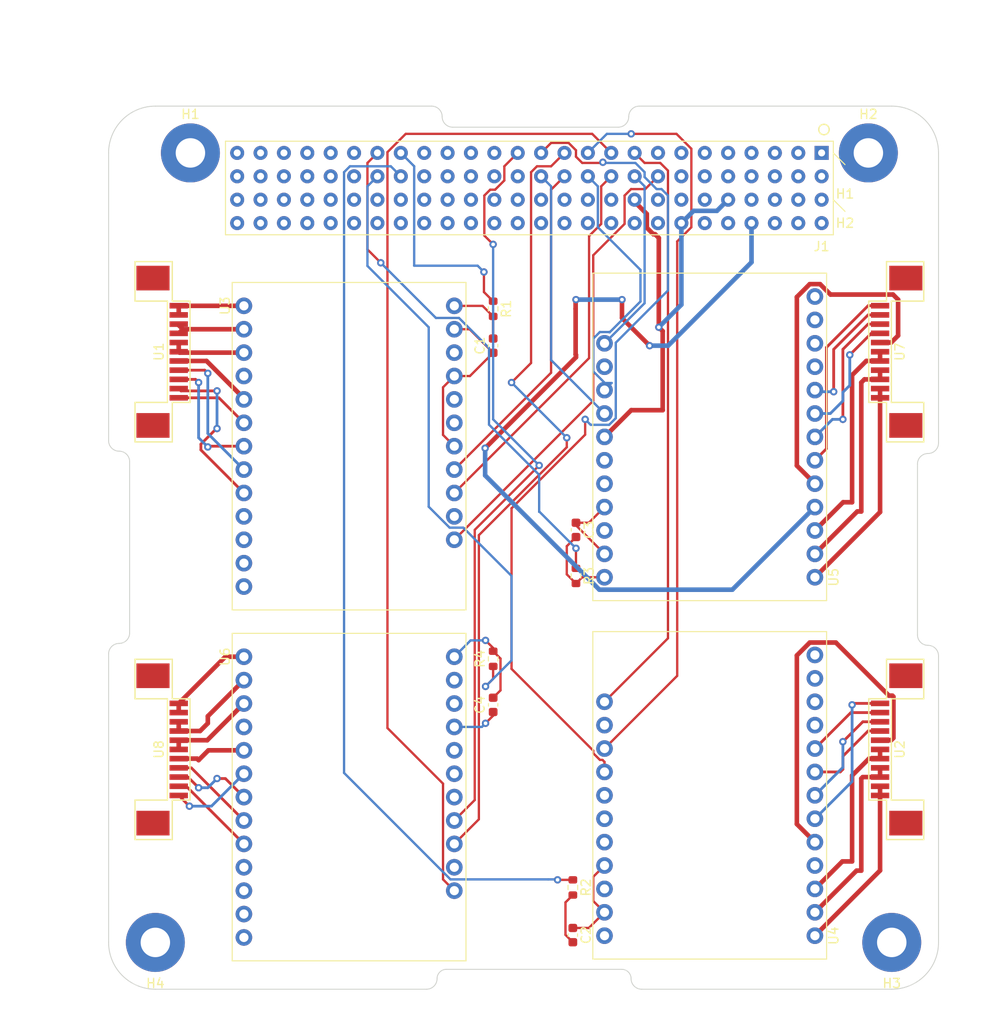
<source format=kicad_pcb>
(kicad_pcb (version 20211014) (generator pcbnew)
  (layers (0 "F.Cu" signal) (1 "In1.Cu" power "GND") (2 "In2.Cu" power "PWR") (31 "B.Cu" signal) (34 "B.Paste" user) (35 "F.Paste" user) (36 "B.SilkS" user "B.Silkscreen") (37 "F.SilkS" user "F.Silkscreen") (38 "B.Mask" user) (39 "F.Mask" user) (44 "Edge.Cuts" user))
  (net 0 "")
  (net 14 "Enable(S1)")
  (net 15 "Enable(S2)")
  (net 16 "Enable(S3)")
  (net 17 "Enable(S4)")
  (net 18 "Direction(S1)")
  (net 19 "Direction(S2)")
  (net 20 "Direction(S3)")
  (net 21 "Direction(S4)")
  (net 22 "PWM-SetValue(S1)")
  (net 23 "PWM-SetValue(S2)")
  (net 24 "PWM-SetValue(S3)")
  (net 25 "PWM-SetValue(S4)")
  (net 35 "RampControl(S1)")
  (net 36 "RampControl(S2)")
  (net 37 "RampControl(S3)")
  (net 38 "RampControl(S4)")
  (net 55 "GND")
  (net 92 "Net-(U6-Pad1)")
  (net 93 "Net-(U6-Pad2)")
  (net 94 "Net-(U6-Pad3)")
  (net 95 "Net-(U6-Pad8)")
  (net 96 "Net-(U6-Pad7)")
  (net 97 "Net-(U6-Pad9)")
  (net 98 "Net-(U6-Pad6)")
  (net 99 "Net-(U5-Pad1)")
  (net 100 "Net-(U5-Pad2)")
  (net 101 "Net-(U5-Pad3)")
  (net 102 "Net-(U5-Pad8)")
  (net 103 "Net-(U5-Pad7)")
  (net 104 "Net-(U5-Pad9)")
  (net 105 "Net-(U5-Pad6)")
  (net 106 "Net-(U2-Pad10)")
  (net 107 "Net-(U2-Pad8)")
  (net 108 "Net-(U2-Pad6)")
  (net 109 "Net-(U2-Pad4)")
  (net 110 "Net-(U2-Pad3)")
  (net 111 "Net-(U2-Pad2)")
  (net 112 "Net-(U2-Pad1)")
  (net 113 "Net-(U1-Pad10)")
  (net 114 "Net-(U1-Pad8)")
  (net 115 "Net-(U1-Pad6)")
  (net 116 "Net-(U1-Pad4)")
  (net 117 "Net-(U1-Pad3)")
  (net 118 "Net-(U1-Pad2)")
  (net 119 "Net-(U1-Pad1)")
  (net 150 "+12V")
  (net 151 "+5V")
  (net 152 "+3.3V")
  (net 161 "RampControl(S1)_RLC")
  (net 162 "RampControl(S2)_RLC")
  (net 163 "RampControl(S3)_RLC")
  (net 164 "RampControl(S4)_RLC")
  (footprint "Footprints_QSAT:Escon24.2" (layer "F.Cu") (at 188.5 139.605 -90)
    (fp_text reference "U4")
    (fp_text value "Controller 2")
  )
  (footprint "MountingHole:MountingHole_3.2mm_M3_Pad_TopBottom" (layer "F.Cu") (at 191.77 52.07)
    (fp_text reference "H2")
    (fp_text value "MountingHole_Pad")
  )
  (footprint "Capacitor_SMD:C_0603_1608Metric" (layer "F.Cu") (at 151 112 90)
    (fp_text reference "C4")
    (fp_text value "10n")
  )
  (footprint "MountingHole:MountingHole_3.2mm_M3_Pad_TopBottom" (layer "F.Cu") (at 118.11 52.07)
    (fp_text reference "H1")
    (fp_text value "MountingHole_Pad")
  )
  (footprint "Footprints_QSAT:FPC_11_SAT_1-84953-1" (layer "F.Cu") (at 116.84 73.66 -90)
    (fp_text reference "U1")
    (fp_text value "Conn_1")
  )
  (footprint "Footprints_QSAT:Escon24.2" (layer "F.Cu") (at 121.38 104.235 90)
    (fp_text reference "U6")
    (fp_text value "Controller 4")
  )
  (footprint "Resistor_SMD:R_0603_1608Metric" (layer "F.Cu") (at 151 69 -90)
    (fp_text reference "R1")
    (fp_text value "10k")
  )
  (footprint "MountingHole:MountingHole_3.2mm_M3_Pad_TopBottom" (layer "F.Cu") (at 114.3 137.795)
    (fp_text reference "H4")
    (fp_text value "MountingHole_Pad")
  )
  (footprint "Resistor_SMD:R_0603_1608Metric" (layer "F.Cu") (at 159.66 131.825 -90)
    (fp_text reference "R2")
    (fp_text value "10k")
  )
  (footprint "Footprints_QSAT:Escon24.2" (layer "F.Cu") (at 121.38 66.135 90)
    (fp_text reference "U3")
    (fp_text value "Controller 1")
  )
  (footprint "Capacitor_SMD:C_0603_1608Metric" (layer "F.Cu") (at 160 93 -90)
    (fp_text reference "C3")
    (fp_text value "10n")
  )
  (footprint "Footprints_QSAT:FPC_11_SAT_1-84953-1" (layer "F.Cu") (at 193.04 116.84 90)
    (fp_text reference "U2")
    (fp_text value "Conn_1")
  )
  (footprint "Resistor_SMD:R_0603_1608Metric" (layer "F.Cu") (at 151 107 90)
    (fp_text reference "R4")
    (fp_text value "10k")
  )
  (footprint "Footprints_QSAT:Escon24.2" (layer "F.Cu") (at 188.5 100.685 -90)
    (fp_text reference "U5")
    (fp_text value "Controller 3")
  )
  (footprint "Footprints_QSAT:FPC_11_SAT_1-84953-1" (layer "F.Cu") (at 116.84 116.84 -90)
    (fp_text reference "U8")
    (fp_text value "Conn_1")
  )
  (footprint "pc104-connector:pc104-connector" (layer "F.Cu") (at 156.21 54.61 -90)
    (fp_text reference "J1")
    (fp_text value "PC104_Connector")
  )
  (footprint "Capacitor_SMD:C_0603_1608Metric" (layer "F.Cu") (at 159.66 137 -90)
    (fp_text reference "C2")
    (fp_text value "10n")
  )
  (footprint "MountingHole:MountingHole_3.2mm_M3_Pad_TopBottom" (layer "F.Cu") (at 194.31 137.795)
    (fp_text reference "H3")
    (fp_text value "MountingHole_Pad")
  )
  (footprint "Footprints_QSAT:FPC_11_SAT_1-84953-1" (layer "F.Cu") (at 193.04 73.66 90)
    (fp_text reference "U7")
    (fp_text value "Conn_1")
  )
  (footprint "Capacitor_SMD:C_0603_1608Metric" (layer "F.Cu") (at 151 73 90)
    (fp_text reference "C1")
    (fp_text value "10n")
  )
  (footprint "Resistor_SMD:R_0603_1608Metric" (layer "F.Cu") (at 160 98 -90)
    (fp_text reference "R3")
    (fp_text value "10k")
  )
  (gr_circle (center 186.944 49.53) (end 187.452 49.276) (layer "F.SilkS") (width 0.15) (fill none))
  (gr_arc (start 109.22 52.07) (mid 110.707898 48.477898) (end 114.3 46.99) (layer "Edge.Cuts") (width 0.1))
  (gr_arc (start 144.318223 46.99) (mid 145.126446 47.324777) (end 145.461223 48.133) (layer "Edge.Cuts") (width 0.1))
  (gr_line (start 199.39 83.566) (end 199.39 52.07) (layer "Edge.Cuts") (width 0.1))
  (gr_arc (start 110.363 84.455) (mid 111.171223 84.789777) (end 111.506 85.598) (layer "Edge.Cuts") (width 0.1))
  (gr_arc (start 109.22 106.472223) (mid 109.554777 105.664) (end 110.363 105.329223) (layer "Edge.Cuts") (width 0.1))
  (gr_line (start 146.604223 49.276) (end 164.592 49.276) (layer "Edge.Cuts") (width 0.1))
  (gr_arc (start 199.39 137.795) (mid 197.902102 141.387102) (end 194.31 142.875) (layer "Edge.Cuts") (width 0.1))
  (gr_arc (start 199.39 83.566) (mid 199.055223 84.374223) (end 198.247 84.709) (layer "Edge.Cuts") (width 0.1))
  (gr_line (start 114.3 46.99) (end 144.318223 46.99) (layer "Edge.Cuts") (width 0.1))
  (gr_line (start 109.22 106.472223) (end 109.22 137.795) (layer "Edge.Cuts") (width 0.1))
  (gr_arc (start 165.735 48.133) (mid 165.400223 48.941223) (end 164.592 49.276) (layer "Edge.Cuts") (width 0.1))
  (gr_arc (start 197.104 85.852) (mid 197.438777 85.043777) (end 198.247 84.709) (layer "Edge.Cuts") (width 0.1))
  (gr_arc (start 165.735 48.133) (mid 166.069777 47.324777) (end 166.878 46.99) (layer "Edge.Cuts") (width 0.1))
  (gr_line (start 166.878 46.99) (end 194.31 46.99) (layer "Edge.Cuts") (width 0.1))
  (gr_arc (start 167.132 142.875) (mid 166.323777 142.540223) (end 165.989 141.732) (layer "Edge.Cuts") (width 0.1))
  (gr_arc (start 198.247 105.537) (mid 197.438777 105.202223) (end 197.104 104.394) (layer "Edge.Cuts") (width 0.1))
  (gr_line (start 167.132 142.875) (end 194.31 142.875) (layer "Edge.Cuts") (width 0.1))
  (gr_line (start 197.104 104.394) (end 197.104 85.852) (layer "Edge.Cuts") (width 0.1))
  (gr_line (start 199.39 137.795) (end 199.39 106.68) (layer "Edge.Cuts") (width 0.1))
  (gr_line (start 114.3 142.875) (end 143.764 142.875) (layer "Edge.Cuts") (width 0.1))
  (gr_line (start 145.923 140.716) (end 164.973 140.716) (layer "Edge.Cuts") (width 0.1))
  (gr_arc (start 144.907 141.732) (mid 145.20458 141.01358) (end 145.923 140.716) (layer "Edge.Cuts") (width 0.1))
  (gr_arc (start 164.973 140.716) (mid 165.69142 141.01358) (end 165.989 141.732) (layer "Edge.Cuts") (width 0.1))
  (gr_arc (start 144.907 141.732) (mid 144.572223 142.540223) (end 143.764 142.875) (layer "Edge.Cuts") (width 0.1))
  (gr_arc (start 198.247 105.537) (mid 199.055223 105.871777) (end 199.39 106.68) (layer "Edge.Cuts") (width 0.1))
  (gr_arc (start 146.604223 49.276) (mid 145.796 48.941223) (end 145.461223 48.133) (layer "Edge.Cuts") (width 0.1))
  (gr_line (start 111.506 85.598) (end 111.506 104.186223) (layer "Edge.Cuts") (width 0.1))
  (gr_arc (start 111.506 104.186223) (mid 111.171223 104.994446) (end 110.363 105.329223) (layer "Edge.Cuts") (width 0.1))
  (gr_line (start 109.22 52.07) (end 109.22 83.312) (layer "Edge.Cuts") (width 0.1))
  (gr_arc (start 114.3 142.875) (mid 110.707898 141.387102) (end 109.22 137.795) (layer "Edge.Cuts") (width 0.1))
  (gr_arc (start 194.31 46.99) (mid 197.902102 48.477898) (end 199.39 52.07) (layer "Edge.Cuts") (width 0.1))
  (gr_arc (start 110.363 84.455) (mid 109.554777 84.120223) (end 109.22 83.312) (layer "Edge.Cuts") (width 0.1))
  (segment (start 161.875 78.98) (end 161.875 63.182251) (width 0.25) (layer "F.Cu") (net 14))
  (segment (start 161.875 63.182251) (end 165.283 59.774251) (width 0.25) (layer "F.Cu") (net 14))
  (segment (start 165.283 59.774251) (end 165.283 56.699749) (width 0.25) (layer "F.Cu") (net 14))
  (segment (start 165.283 56.699749) (end 165.982749 56) (width 0.25) (layer "F.Cu") (net 14))
  (segment (start 165.982749 56) (end 167.52 56) (width 0.25) (layer "F.Cu") (net 14))
  (segment (start 146.78 94.075) (end 161.875 78.98) (width 0.25) (layer "F.Cu") (net 14))
  (segment (start 167.52 56) (end 168.91 54.61) (width 0.25) (layer "F.Cu") (net 14))
  (segment (start 167.457 53.157) (end 166.37 52.07) (width 0.25) (layer "F.Cu") (net 15))
  (segment (start 163.1 111.665) (end 169.997 104.768) (width 0.25) (layer "F.Cu") (net 15))
  (segment (start 169.997 53.997) (end 169.157 53.157) (width 0.25) (layer "F.Cu") (net 15))
  (segment (start 169.997 104.768) (end 169.997 53.997) (width 0.25) (layer "F.Cu") (net 15))
  (segment (start 169.157 53.157) (end 167.457 53.157) (width 0.25) (layer "F.Cu") (net 15))
  (segment (start 167.457 68.388) (end 167.457 55.697) (width 0.25) (layer "B.Cu") (net 16))
  (segment (start 163.1 72.745) (end 167.457 68.388) (width 0.25) (layer "B.Cu") (net 16))
  (segment (start 167.457 55.697) (end 166.37 54.61) (width 0.25) (layer "B.Cu") (net 16))
  (segment (start 145.555 120.555) (end 139.517 114.517) (width 0.25) (layer "F.Cu") (net 17))
  (segment (start 139.517 114.517) (end 139.517 51.985749) (width 0.25) (layer "F.Cu") (net 17))
  (segment (start 139.517 51.985749) (end 141.502749 50) (width 0.25) (layer "F.Cu") (net 17))
  (segment (start 146.78 132.175) (end 145.555 130.95) (width 0.25) (layer "F.Cu") (net 17))
  (segment (start 141.502749 50) (end 161.76 50) (width 0.25) (layer "F.Cu") (net 17))
  (segment (start 145.555 130.95) (end 145.555 120.555) (width 0.25) (layer "F.Cu") (net 17))
  (segment (start 161.76 50) (end 163.83 52.07) (width 0.25) (layer "F.Cu") (net 17))
  (segment (start 146.78 88.995) (end 161.425 74.35) (width 0.25) (layer "F.Cu") (net 18))
  (segment (start 161.425 61.092251) (end 162.743 59.774251) (width 0.25) (layer "F.Cu") (net 18))
  (segment (start 162.743 55.697) (end 163.83 54.61) (width 0.25) (layer "F.Cu") (net 18))
  (segment (start 161.425 74.35) (end 161.425 61.092251) (width 0.25) (layer "F.Cu") (net 18))
  (segment (start 162.743 59.774251) (end 162.743 55.697) (width 0.25) (layer "F.Cu") (net 18))
  (segment (start 163.1 116.745) (end 171 108.845) (width 0.25) (layer "F.Cu") (net 19))
  (segment (start 170.917251 50) (end 166 50) (width 0.25) (layer "F.Cu") (net 19))
  (segment (start 171 108.845) (end 171 61.677251) (width 0.25) (layer "F.Cu") (net 19))
  (segment (start 171 61.677251) (end 172.537 60.140251) (width 0.25) (layer "F.Cu") (net 19))
  (segment (start 172.537 60.140251) (end 172.537 51.619749) (width 0.25) (layer "F.Cu") (net 19))
  (segment (start 172.537 51.619749) (end 170.917251 50) (width 0.25) (layer "F.Cu") (net 19))
  (via (at 166 50) (size 0.8) (drill 0.4) (layers "F.Cu" "B.Cu") (net 19))
  (segment (start 166 50) (end 163.36 50) (width 0.25) (layer "B.Cu") (net 19))
  (segment (start 163.36 50) (end 161.29 52.07) (width 0.25) (layer "B.Cu") (net 19))
  (segment (start 161.875 72.237588) (end 162.592588 71.52) (width 0.25) (layer "B.Cu") (net 20))
  (segment (start 161.875 75.792412) (end 161.875 72.237588) (width 0.25) (layer "B.Cu") (net 20))
  (segment (start 162.377 55.697) (end 161.29 54.61) (width 0.25) (layer "B.Cu") (net 20))
  (segment (start 167.007 64.770251) (end 162.377 60.140251) (width 0.25) (layer "B.Cu") (net 20))
  (segment (start 163.607412 71.52) (end 163.648008 71.560596) (width 0.25) (layer "B.Cu") (net 20))
  (segment (start 163.875 77.05) (end 163.132588 77.05) (width 0.25) (layer "B.Cu") (net 20))
  (segment (start 163.1 77.825) (end 163.875 77.05) (width 0.25) (layer "B.Cu") (net 20))
  (segment (start 162.592588 71.52) (end 163.607412 71.52) (width 0.25) (layer "B.Cu") (net 20))
  (segment (start 167.007 68.201604) (end 167.007 64.770251) (width 0.25) (layer "B.Cu") (net 20))
  (segment (start 163.132588 77.05) (end 161.875 75.792412) (width 0.25) (layer "B.Cu") (net 20))
  (segment (start 163.648008 71.560596) (end 167.007 68.201604) (width 0.25) (layer "B.Cu") (net 20))
  (segment (start 162.377 60.140251) (end 162.377 55.697) (width 0.25) (layer "B.Cu") (net 20))
  (segment (start 155.123 74.877) (end 155.123 54.159749) (width 0.25) (layer "F.Cu") (net 21))
  (segment (start 149.45 93.575305) (end 159 84.025305) (width 0.25) (layer "F.Cu") (net 21))
  (segment (start 155.759749 53.523) (end 157.297 53.523) (width 0.25) (layer "F.Cu") (net 21))
  (segment (start 155.123 54.159749) (end 155.759749 53.523) (width 0.25) (layer "F.Cu") (net 21))
  (segment (start 159 84.025305) (end 159 83) (width 0.25) (layer "F.Cu") (net 21))
  (segment (start 146.78 127.095) (end 149.45 124.425) (width 0.25) (layer "F.Cu") (net 21))
  (segment (start 149.45 124.425) (end 149.45 93.575305) (width 0.25) (layer "F.Cu") (net 21))
  (segment (start 157.297 53.523) (end 158.75 52.07) (width 0.25) (layer "F.Cu") (net 21))
  (segment (start 153 77) (end 155.123 74.877) (width 0.25) (layer "F.Cu") (net 21))
  (via (at 159 83) (size 0.8) (drill 0.4) (layers "F.Cu" "B.Cu") (net 21))
  (via (at 153 77) (size 0.8) (drill 0.4) (layers "F.Cu" "B.Cu") (net 21))
  (segment (start 159 83) (end 153 77) (width 0.25) (layer "B.Cu") (net 21))
  (segment (start 157.297 56.063) (end 158.75 54.61) (width 0.25) (layer "F.Cu") (net 22))
  (segment (start 157.297 75.938) (end 157.297 56.063) (width 0.25) (layer "F.Cu") (net 22))
  (segment (start 146.78 86.455) (end 157.297 75.938) (width 0.25) (layer "F.Cu") (net 22))
  (segment (start 160 52.480251) (end 160 51.782749) (width 0.25) (layer "F.Cu") (net 23))
  (segment (start 157.297 50.983) (end 156.21 52.07) (width 0.25) (layer "F.Cu") (net 23))
  (segment (start 163.1 118.1925) (end 162.8775 117.97) (width 0.25) (layer "F.Cu") (net 23))
  (segment (start 161 82.661701) (end 161 81) (width 0.25) (layer "F.Cu") (net 23))
  (segment (start 161.875 117.252412) (end 161.875 116.9675) (width 0.25) (layer "F.Cu") (net 23))
  (segment (start 160.676749 53.157) (end 160 52.480251) (width 0.25) (layer "F.Cu") (net 23))
  (segment (start 159.200251 50.983) (end 157.297 50.983) (width 0.25) (layer "F.Cu") (net 23))
  (segment (start 162.923435 53.085789) (end 162.852224 53.157) (width 0.25) (layer "F.Cu") (net 23))
  (segment (start 162.852224 53.157) (end 160.676749 53.157) (width 0.25) (layer "F.Cu") (net 23))
  (segment (start 153 90.661701) (end 161 82.661701) (width 0.25) (layer "F.Cu") (net 23))
  (segment (start 162.592588 117.97) (end 161.875 117.252412) (width 0.25) (layer "F.Cu") (net 23))
  (segment (start 153 108.0925) (end 153 90.661701) (width 0.25) (layer "F.Cu") (net 23))
  (segment (start 161.875 116.9675) (end 153 108.0925) (width 0.25) (layer "F.Cu") (net 23))
  (segment (start 160 51.782749) (end 159.200251 50.983) (width 0.25) (layer "F.Cu") (net 23))
  (segment (start 163.1 119.285) (end 163.1 118.1925) (width 0.25) (layer "F.Cu") (net 23))
  (segment (start 162.8775 117.97) (end 162.592588 117.97) (width 0.25) (layer "F.Cu") (net 23))
  (via (at 162.923435 53.085789) (size 0.8) (drill 0.4) (layers "F.Cu" "B.Cu") (net 23))
  (via (at 161 81) (size 0.8) (drill 0.4) (layers "F.Cu" "B.Cu") (net 23))
  (segment (start 167.457 54.159749) (end 166.454251 53.157) (width 0.25) (layer "B.Cu") (net 23))
  (segment (start 168.762749 56) (end 167.457 54.694251) (width 0.25) (layer "B.Cu") (net 23))
  (segment (start 169.997 67.003) (end 169.997 56.699749) (width 0.25) (layer "B.Cu") (net 23))
  (segment (start 164.325 80.872412) (end 164.325 72.675) (width 0.25) (layer "B.Cu") (net 23))
  (segment (start 169.997 56.699749) (end 169.297251 56) (width 0.25) (layer "B.Cu") (net 23))
  (segment (start 167.457 54.694251) (end 167.457 54.159749) (width 0.25) (layer "B.Cu") (net 23))
  (segment (start 169.297251 56) (end 168.762749 56) (width 0.25) (layer "B.Cu") (net 23))
  (segment (start 166.454251 53.157) (end 162.994646 53.157) (width 0.25) (layer "B.Cu") (net 23))
  (segment (start 163.607412 81.59) (end 164.325 80.872412) (width 0.25) (layer "B.Cu") (net 23))
  (segment (start 162.994646 53.157) (end 162.923435 53.085789) (width 0.25) (layer "B.Cu") (net 23))
  (segment (start 161 81) (end 161.59 81.59) (width 0.25) (layer "B.Cu") (net 23))
  (segment (start 161.59 81.59) (end 163.607412 81.59) (width 0.25) (layer "B.Cu") (net 23))
  (segment (start 164.325 72.675) (end 169.997 67.003) (width 0.25) (layer "B.Cu") (net 23))
  (segment (start 157.297 55.697) (end 156.21 54.61) (width 0.25) (layer "B.Cu") (net 24))
  (segment (start 163.1 80.365) (end 157.297 74.562) (width 0.25) (layer "B.Cu") (net 24))
  (segment (start 157.297 74.562) (end 157.297 55.697) (width 0.25) (layer "B.Cu") (net 24))
  (segment (start 150.043 56.699749) (end 150.679749 56.063) (width 0.25) (layer "F.Cu") (net 25))
  (segment (start 151 62) (end 150.043 61.043) (width 0.25) (layer "F.Cu") (net 25))
  (segment (start 151.214251 56.063) (end 152.217 55.060251) (width 0.25) (layer "F.Cu") (net 25))
  (segment (start 149 93) (end 156 86) (width 0.25) (layer "F.Cu") (net 25))
  (segment (start 150.043 61.043) (end 150.043 56.699749) (width 0.25) (layer "F.Cu") (net 25))
  (segment (start 149 122.335) (end 149 93) (width 0.25) (layer "F.Cu") (net 25))
  (segment (start 152.217 55.060251) (end 152.217 53.523) (width 0.25) (layer "F.Cu") (net 25))
  (segment (start 152.217 53.523) (end 153.67 52.07) (width 0.25) (layer "F.Cu") (net 25))
  (segment (start 150.679749 56.063) (end 151.214251 56.063) (width 0.25) (layer "F.Cu") (net 25))
  (segment (start 146.78 124.555) (end 149 122.335) (width 0.25) (layer "F.Cu") (net 25))
  (via (at 156 86) (size 0.8) (drill 0.4) (layers "F.Cu" "B.Cu") (net 25))
  (via (at 151 62) (size 0.8) (drill 0.4) (layers "F.Cu" "B.Cu") (net 25))
  (segment (start 156 86) (end 151 81) (width 0.25) (layer "B.Cu") (net 25))
  (segment (start 151 81) (end 151 62) (width 0.25) (layer "B.Cu") (net 25))
  (segment (start 150 67.175) (end 151 68.175) (width 0.25) (layer "F.Cu") (net 35))
  (segment (start 150 65) (end 150 67.175) (width 0.25) (layer "F.Cu") (net 35))
  (via (at 150 65) (size 0.8) (drill 0.4) (layers "F.Cu" "B.Cu") (net 35))
  (segment (start 142.423 64.318) (end 142.423 53.523) (width 0.25) (layer "B.Cu") (net 35))
  (segment (start 142.423 64.318) (end 149.318 64.318) (width 0.25) (layer "B.Cu") (net 35))
  (segment (start 142.423 53.523) (end 140.97 52.07) (width 0.25) (layer "B.Cu") (net 35))
  (segment (start 149.318 64.318) (end 150 65) (width 0.25) (layer "B.Cu") (net 35))
  (segment (start 158 131) (end 159.66 131) (width 0.25) (layer "F.Cu") (net 36))
  (via (at 158 131) (size 0.8) (drill 0.4) (layers "F.Cu" "B.Cu") (net 36))
  (segment (start 146.362588 130.95) (end 134.803 119.390412) (width 0.25) (layer "B.Cu") (net 36))
  (segment (start 135.439749 53.523) (end 139.883 53.523) (width 0.25) (layer "B.Cu") (net 36))
  (segment (start 156.985 130.95) (end 157.95 130.95) (width 0.25) (layer "B.Cu") (net 36))
  (segment (start 156.985 130.95) (end 146.362588 130.95) (width 0.25) (layer "B.Cu") (net 36))
  (segment (start 134.803 54.159749) (end 135.439749 53.523) (width 0.25) (layer "B.Cu") (net 36))
  (segment (start 139.883 53.523) (end 140.97 54.61) (width 0.25) (layer "B.Cu") (net 36))
  (segment (start 157.95 130.95) (end 158 131) (width 0.25) (layer "B.Cu") (net 36))
  (segment (start 134.803 119.390412) (end 134.803 54.159749) (width 0.25) (layer "B.Cu") (net 36))
  (segment (start 160 95) (end 160 97.175) (width 0.25) (layer "F.Cu") (net 37))
  (segment (start 137.343 62.5505) (end 138.7925 64) (width 0.25) (layer "F.Cu") (net 37))
  (segment (start 137.343 53.157) (end 137.343 62.5505) (width 0.25) (layer "F.Cu") (net 37))
  (segment (start 138.43 52.07) (end 137.343 53.157) (width 0.25) (layer "F.Cu") (net 37))
  (via (at 138.7925 64) (size 0.8) (drill 0.4) (layers "F.Cu" "B.Cu") (net 37))
  (via (at 160 95) (size 0.8) (drill 0.4) (layers "F.Cu" "B.Cu") (net 37))
  (segment (start 144.7825 69.99) (end 147.287412 69.99) (width 0.25) (layer "B.Cu") (net 37))
  (segment (start 138.7925 64) (end 144.7825 69.99) (width 0.25) (layer "B.Cu") (net 37))
  (segment (start 150.55 81.575305) (end 156 87.025305) (width 0.25) (layer "B.Cu") (net 37))
  (segment (start 150.55 73.252588) (end 150.55 81.575305) (width 0.25) (layer "B.Cu") (net 37))
  (segment (start 147.287412 69.99) (end 150.55 73.252588) (width 0.25) (layer "B.Cu") (net 37))
  (segment (start 156 91.045) (end 156.045 91.045) (width 0.25) (layer "B.Cu") (net 37))
  (segment (start 156 87.025305) (end 156 91.045) (width 0.25) (layer "B.Cu") (net 37))
  (segment (start 156.045 91.045) (end 160 95) (width 0.25) (layer "B.Cu") (net 37))
  (segment (start 150.1745 110) (end 151 109.1745) (width 0.25) (layer "F.Cu") (net 38))
  (segment (start 151 109.1745) (end 151 107.825) (width 0.25) (layer "F.Cu") (net 38))
  (via (at 150.1745 110) (size 0.8) (drill 0.4) (layers "F.Cu" "B.Cu") (net 38))
  (segment (start 146.272588 92.76) (end 147.76 92.76) (width 0.25) (layer "B.Cu") (net 38))
  (segment (start 144 90.487412) (end 146.272588 92.76) (width 0.25) (layer "B.Cu") (net 38))
  (segment (start 153 107.1745) (end 150.1745 110) (width 0.25) (layer "B.Cu") (net 38))
  (segment (start 147.76 92.76) (end 153 98) (width 0.25) (layer "B.Cu") (net 38))
  (segment (start 138.43 54.61) (end 137.343 55.697) (width 0.25) (layer "B.Cu") (net 38))
  (segment (start 137.343 55.697) (end 137.343 64.343) (width 0.25) (layer "B.Cu") (net 38))
  (segment (start 153 98) (end 153 107.1745) (width 0.25) (layer "B.Cu") (net 38))
  (segment (start 137.343 64.343) (end 144 71) (width 0.25) (layer "B.Cu") (net 38))
  (segment (start 144 71) (end 144 90.487412) (width 0.25) (layer "B.Cu") (net 38))
  (segment (start 161.4 136.225) (end 163.1 134.525) (width 0.25) (layer "F.Cu") (net 55))
  (segment (start 169 61.302) (end 169 71) (width 0.5) (layer "F.Cu") (net 55))
  (segment (start 145.555 82.69) (end 145.555 77.52) (width 0.25) (layer "F.Cu") (net 55))
  (segment (start 160 92.225) (end 161.4 92.225) (width 0.25) (layer "F.Cu") (net 55))
  (segment (start 159.66 136.225) (end 161.4 136.225) (width 0.25) (layer "F.Cu") (net 55))
  (segment (start 163.1 129.445) (end 161.875 130.67) (width 0.25) (layer "F.Cu") (net 55))
  (segment (start 123.92 78.717918) (end 119.862082 74.66) (width 0.5) (layer "F.Cu") (net 55))
  (segment (start 194 111) (end 188.235 105.235) (width 0.5) (layer "F.Cu") (net 55))
  (segment (start 119.862082 74.66) (end 116.84 74.66) (width 0.5) (layer "F.Cu") (net 55))
  (segment (start 184 106.635811) (end 184 124.945) (width 0.5) (layer "F.Cu") (net 55))
  (segment (start 167.698 58.698) (end 167.698 60.192027) (width 0.5) (layer "F.Cu") (net 55))
  (segment (start 123.92 116.935) (end 120.065 116.935) (width 0.5) (layer "F.Cu") (net 55))
  (segment (start 151 112.775) (end 151 113.1745) (width 0.25) (layer "F.Cu") (net 55))
  (segment (start 195 68) (end 194.45 67.45) (width 0.5) (layer "F.Cu") (net 55))
  (segment (start 184 124.945) (end 185.96 126.905) (width 0.5) (layer "F.Cu") (net 55))
  (segment (start 167.698 60.192027) (end 168.407973 60.902) (width 0.5) (layer "F.Cu") (net 55))
  (segment (start 194.45 67.45) (end 187.654189 67.45) (width 0.5) (layer "F.Cu") (net 55))
  (segment (start 151 73.775) (end 148.48 76.295) (width 0.25) (layer "F.Cu") (net 55))
  (segment (start 193.04 72.66) (end 194.245 72.66) (width 0.5) (layer "F.Cu") (net 55))
  (segment (start 166 80.005) (end 163.1 82.905) (width 0.5) (layer "F.Cu") (net 55))
  (segment (start 195 71.905) (end 195 68) (width 0.5) (layer "F.Cu") (net 55))
  (segment (start 193.04 115.84) (end 194.245 115.84) (width 0.5) (layer "F.Cu") (net 55))
  (segment (start 194.245 115.84) (end 194.49 115.595) (width 0.5) (layer "F.Cu") (net 55))
  (segment (start 168.407973 60.902) (end 168.6 60.902) (width 0.5) (layer "F.Cu") (net 55))
  (segment (start 119 118) (end 118.84 117.84) (width 0.5) (layer "F.Cu") (net 55))
  (segment (start 168.6 60.902) (end 169 61.302) (width 0.5) (layer "F.Cu") (net 55))
  (segment (start 194.245 72.66) (end 195 71.905) (width 0.5) (layer "F.Cu") (net 55))
  (segment (start 185.400811 105.235) (end 184 106.635811) (width 0.5) (layer "F.Cu") (net 55))
  (segment (start 187.654189 67.45) (end 186.519189 66.315) (width 0.5) (layer "F.Cu") (net 55))
  (segment (start 145.555 77.52) (end 146.78 76.295) (width 0.25) (layer "F.Cu") (net 55))
  (segment (start 169.422 80.005) (end 166 80.005) (width 0.5) (layer "F.Cu") (net 55))
  (segment (start 184 67.715811) (end 184 86.025) (width 0.5) (layer "F.Cu") (net 55))
  (segment (start 146.78 83.915) (end 145.555 82.69) (width 0.25) (layer "F.Cu") (net 55))
  (segment (start 188.235 105.235) (end 185.400811 105.235) (width 0.5) (layer "F.Cu") (net 55))
  (segment (start 185.400811 66.315) (end 184 67.715811) (width 0.5) (layer "F.Cu") (net 55))
  (segment (start 186.519189 66.315) (end 185.400811 66.315) (width 0.5) (layer "F.Cu") (net 55))
  (segment (start 194.49 111.12) (end 194.37 111) (width 0.5) (layer "F.Cu") (net 55))
  (segment (start 169 71) (end 169.422 71.422) (width 0.5) (layer "F.Cu") (net 55))
  (segment (start 151 113.1745) (end 150.1745 114) (width 0.25) (layer "F.Cu") (net 55))
  (segment (start 184 86.025) (end 185.96 87.985) (width 0.5) (layer "F.Cu") (net 55))
  (segment (start 161.875 133.3) (end 163.1 134.525) (width 0.25) (layer "F.Cu") (net 55))
  (segment (start 160 92.505) (end 163.1 95.605) (width 0.25) (layer "F.Cu") (net 55))
  (segment (start 161.875 130.67) (end 161.875 133.3) (width 0.25) (layer "F.Cu") (net 55))
  (segment (start 194.37 111) (end 194 111) (width 0.5) (layer "F.Cu") (net 55))
  (segment (start 166.37 57.37) (end 167.698 58.698) (width 0.5) (layer "F.Cu") (net 55))
  (segment (start 148.48 76.295) (end 146.78 76.295) (width 0.25) (layer "F.Cu") (net 55))
  (segment (start 169.422 71.422) (end 169.422 80.005) (width 0.5) (layer "F.Cu") (net 55))
  (segment (start 160 92.225) (end 160 92.505) (width 0.25) (layer "F.Cu") (net 55))
  (segment (start 161.4 92.225) (end 163.1 90.525) (width 0.25) (layer "F.Cu") (net 55))
  (segment (start 194.49 115.595) (end 194.49 111.12) (width 0.5) (layer "F.Cu") (net 55))
  (segment (start 166.37 57.15) (end 166.37 57.37) (width 0.5) (layer "F.Cu") (net 55))
  (segment (start 120.065 116.935) (end 119 118) (width 0.5) (layer "F.Cu") (net 55))
  (segment (start 118.84 117.84) (end 116.84 117.84) (width 0.5) (layer "F.Cu") (net 55))
  (segment (start 146.78 71.215) (end 148.44 71.215) (width 0.25) (layer "F.Cu") (net 55))
  (segment (start 123.92 78.835) (end 123.92 78.717918) (width 0.5) (layer "F.Cu") (net 55))
  (segment (start 148.44 71.215) (end 151 73.775) (width 0.25) (layer "F.Cu") (net 55))
  (via (at 150.1745 114) (size 0.8) (drill 0.4) (layers "F.Cu" "B.Cu") (net 55))
  (via (at 169 71) (size 0.8) (drill 0.4) (layers "F.Cu" "B.Cu") (net 55))
  (segment (start 176.53 57.15) (end 175.318 58.362) (width 0.5) (layer "B.Cu") (net 55))
  (segment (start 150.1745 114) (end 149.7795 114.395) (width 0.25) (layer "B.Cu") (net 55))
  (segment (start 175.318 58.362) (end 172.778 58.362) (width 0.5) (layer "B.Cu") (net 55))
  (segment (start 172.778 58.362) (end 171.45 59.69) (width 0.5) (layer "B.Cu") (net 55))
  (segment (start 171.45 68.55) (end 171.45 59.69) (width 0.5) (layer "B.Cu") (net 55))
  (segment (start 149.7795 114.395) (end 146.78 114.395) (width 0.25) (layer "B.Cu") (net 55))
  (segment (start 169 71) (end 171.45 68.55) (width 0.5) (layer "B.Cu") (net 55))
  (segment (start 116.84 111.84) (end 116.84 112.84) (width 0.5) (layer "F.Cu") (net 92))
  (segment (start 121.905 106.775) (end 116.84 111.84) (width 0.5) (layer "F.Cu") (net 92))
  (segment (start 123.92 106.775) (end 121.905 106.775) (width 0.5) (layer "F.Cu") (net 92))
  (segment (start 119.16 114.84) (end 116.84 114.84) (width 0.5) (layer "F.Cu") (net 93))
  (segment (start 120 114) (end 119.16 114.84) (width 0.5) (layer "F.Cu") (net 93))
  (segment (start 120 113.235) (end 120 114) (width 0.5) (layer "F.Cu") (net 93))
  (segment (start 116.84 114.84) (end 116.84 113.84) (width 0.5) (layer "F.Cu") (net 93))
  (segment (start 123.92 109.315) (end 120 113.235) (width 0.5) (layer "F.Cu") (net 93))
  (segment (start 123.92 111.855) (end 119.935 115.84) (width 0.5) (layer "F.Cu") (net 94))
  (segment (start 116.84 116.84) (end 116.84 115.84) (width 0.5) (layer "F.Cu") (net 94))
  (segment (start 119.935 115.84) (end 116.84 115.84) (width 0.5) (layer "F.Cu") (net 94))
  (segment (start 116.84 118.84) (end 118.205 118.84) (width 0.3) (layer "F.Cu") (net 95))
  (segment (start 118.205 118.84) (end 123.92 124.555) (width 0.3) (layer "F.Cu") (net 95))
  (segment (start 116.84 119.84) (end 117.84 119.84) (width 0.3) (layer "F.Cu") (net 96))
  (segment (start 121 120) (end 121.905 120) (width 0.3) (layer "F.Cu") (net 96))
  (segment (start 117.84 119.84) (end 119 121) (width 0.3) (layer "F.Cu") (net 96))
  (segment (start 121.905 120) (end 123.92 122.015) (width 0.3) (layer "F.Cu") (net 96))
  (via (at 119 121) (size 0.8) (drill 0.4) (layers "F.Cu" "B.Cu") (net 96))
  (via (at 121 120) (size 0.8) (drill 0.4) (layers "F.Cu" "B.Cu") (net 96))
  (segment (start 119 121) (end 120 121) (width 0.3) (layer "B.Cu") (net 96))
  (segment (start 120 121) (end 121 120) (width 0.3) (layer "B.Cu") (net 96))
  (segment (start 117.665 120.84) (end 123.92 127.095) (width 0.3) (layer "F.Cu") (net 97))
  (segment (start 116.84 120.84) (end 117.665 120.84) (width 0.3) (layer "F.Cu") (net 97))
  (segment (start 116.84 121.84) (end 118 123) (width 0.3) (layer "F.Cu") (net 98))
  (via (at 118 123) (size 0.8) (drill 0.4) (layers "F.Cu" "B.Cu") (net 98))
  (segment (start 118 123) (end 120.395 123) (width 0.3) (layer "B.Cu") (net 98))
  (segment (start 120.395 123) (end 123.92 119.475) (width 0.3) (layer "B.Cu") (net 98))
  (segment (start 193.04 91.065) (end 185.96 98.145) (width 0.5) (layer "F.Cu") (net 99))
  (segment (start 193.04 77.66) (end 193.04 78.66) (width 0.5) (layer "F.Cu") (net 99))
  (segment (start 193.04 78.66) (end 193.04 91.065) (width 0.5) (layer "F.Cu") (net 99))
  (segment (start 185.96 95.605) (end 190.565 91) (width 0.5) (layer "F.Cu") (net 100))
  (segment (start 190.565 91) (end 191 91) (width 0.5) (layer "F.Cu") (net 100))
  (segment (start 191.34 76.66) (end 193.04 76.66) (width 0.5) (layer "F.Cu") (net 100))
  (segment (start 191 91) (end 191 77) (width 0.5) (layer "F.Cu") (net 100))
  (segment (start 191 77) (end 191.34 76.66) (width 0.5) (layer "F.Cu") (net 100))
  (segment (start 193.04 76.66) (end 193.04 75.66) (width 0.5) (layer "F.Cu") (net 100))
  (segment (start 191.54 74.66) (end 190 76.2) (width 0.5) (layer "F.Cu") (net 101))
  (segment (start 190 76.2) (end 190 90) (width 0.5) (layer "F.Cu") (net 101))
  (segment (start 189.025 90) (end 185.96 93.065) (width 0.5) (layer "F.Cu") (net 101))
  (segment (start 190 90) (end 189.025 90) (width 0.5) (layer "F.Cu") (net 101))
  (segment (start 193.04 74.66) (end 191.54 74.66) (width 0.5) (layer "F.Cu") (net 101))
  (segment (start 193.04 73.66) (end 193.04 74.66) (width 0.5) (layer "F.Cu") (net 101))
  (segment (start 192.0895 71.66) (end 189.7495 74) (width 0.3) (layer "F.Cu") (net 102))
  (segment (start 193.04 71.66) (end 192.0895 71.66) (width 0.3) (layer "F.Cu") (net 102))
  (via (at 189.7495 74) (size 0.8) (drill 0.4) (layers "F.Cu" "B.Cu") (net 102))
  (segment (start 189.7495 77.311161) (end 189 78.060661) (width 0.3) (layer "B.Cu") (net 102))
  (segment (start 187.635 80.365) (end 185.96 80.365) (width 0.3) (layer "B.Cu") (net 102))
  (segment (start 189 78.060661) (end 189 79) (width 0.3) (layer "B.Cu") (net 102))
  (segment (start 189 79) (end 187.635 80.365) (width 0.3) (layer "B.Cu") (net 102))
  (segment (start 189.7495 74) (end 189.7495 77.311161) (width 0.3) (layer "B.Cu") (net 102))
  (segment (start 191.74 70.66) (end 189 73.4) (width 0.3) (layer "F.Cu") (net 103))
  (segment (start 189 73.4) (end 189 81) (width 0.3) (layer "F.Cu") (net 103))
  (segment (start 193.04 70.66) (end 191.74 70.66) (width 0.3) (layer "F.Cu") (net 103))
  (via (at 189 81) (size 0.8) (drill 0.4) (layers "F.Cu" "B.Cu") (net 103))
  (segment (start 189 81) (end 187.865 81) (width 0.3) (layer "B.Cu") (net 103))
  (segment (start 187.865 81) (end 185.96 82.905) (width 0.3) (layer "B.Cu") (net 103))
  (segment (start 193.04 69.66) (end 191.74 69.66) (width 0.3) (layer "F.Cu") (net 104))
  (segment (start 191.74 69.66) (end 188 73.4) (width 0.3) (layer "F.Cu") (net 104))
  (segment (start 188 73.4) (end 188 78) (width 0.3) (layer "F.Cu") (net 104))
  (via (at 188 78) (size 0.8) (drill 0.4) (layers "F.Cu" "B.Cu") (net 104))
  (segment (start 188 78) (end 186.135 78) (width 0.3) (layer "B.Cu") (net 104))
  (segment (start 186.135 78) (end 185.96 77.825) (width 0.3) (layer "B.Cu") (net 104))
  (segment (start 187.21 73.19) (end 187.21 84.195) (width 0.3) (layer "F.Cu") (net 105))
  (segment (start 191.74 68.66) (end 187.21 73.19) (width 0.3) (layer "F.Cu") (net 105))
  (segment (start 193.04 68.66) (end 191.74 68.66) (width 0.3) (layer "F.Cu") (net 105))
  (segment (start 187.21 84.195) (end 185.96 85.445) (width 0.3) (layer "F.Cu") (net 105))
  (segment (start 193.04 121.84) (end 193.04 129.985) (width 0.5) (layer "F.Cu") (net 106))
  (segment (start 193.04 129.985) (end 185.96 137.065) (width 0.5) (layer "F.Cu") (net 106))
  (segment (start 193.04 120.84) (end 193.04 121.84) (width 0.5) (layer "F.Cu") (net 106))
  (segment (start 191.16 119.84) (end 193.04 119.84) (width 0.5) (layer "F.Cu") (net 107))
  (segment (start 190.485 130) (end 191 130) (width 0.5) (layer "F.Cu") (net 107))
  (segment (start 185.96 134.525) (end 190.485 130) (width 0.5) (layer "F.Cu") (net 107))
  (segment (start 191 120) (end 191.16 119.84) (width 0.5) (layer "F.Cu") (net 107))
  (segment (start 193.04 119.84) (end 193.04 118.84) (width 0.5) (layer "F.Cu") (net 107))
  (segment (start 191 130) (end 191 120) (width 0.5) (layer "F.Cu") (net 107))
  (segment (start 188.945 129) (end 185.96 131.985) (width 0.5) (layer "F.Cu") (net 108))
  (segment (start 190 129) (end 188.945 129) (width 0.5) (layer "F.Cu") (net 108))
  (segment (start 193.04 117.84) (end 193.04 116.84) (width 0.5) (layer "F.Cu") (net 108))
  (segment (start 193.04 117.84) (end 191.835 117.84) (width 0.5) (layer "F.Cu") (net 108))
  (segment (start 191.835 117.84) (end 190 119.675) (width 0.5) (layer "F.Cu") (net 108))
  (segment (start 190 119.675) (end 190 129) (width 0.5) (layer "F.Cu") (net 108))
  (segment (start 189 119) (end 188.715 119.285) (width 0.3) (layer "F.Cu") (net 109))
  (segment (start 191.74 114.84) (end 189 117.58) (width 0.3) (layer "F.Cu") (net 109))
  (segment (start 189 117.58) (end 189 119) (width 0.3) (layer "F.Cu") (net 109))
  (segment (start 193.04 114.84) (end 191.74 114.84) (width 0.3) (layer "F.Cu") (net 109))
  (segment (start 188.715 119.285) (end 185.96 119.285) (width 0.3) (layer "F.Cu") (net 109))
  (segment (start 191.16 113.84) (end 189 116) (width 0.3) (layer "F.Cu") (net 110))
  (segment (start 193.04 113.84) (end 191.16 113.84) (width 0.3) (layer "F.Cu") (net 110))
  (via (at 189 116) (size 0.8) (drill 0.4) (layers "F.Cu" "B.Cu") (net 110))
  (segment (start 189 118.785) (end 185.96 121.825) (width 0.3) (layer "B.Cu") (net 110))
  (segment (start 189 116) (end 189 118.785) (width 0.3) (layer "B.Cu") (net 110))
  (segment (start 189.865 112.84) (end 185.96 116.745) (width 0.3) (layer "F.Cu") (net 111))
  (segment (start 193.04 112.84) (end 189.865 112.84) (width 0.3) (layer "F.Cu") (net 111))
  (segment (start 190.16 111.84) (end 190 112) (width 0.3) (layer "F.Cu") (net 112))
  (segment (start 193.04 111.84) (end 190.16 111.84) (width 0.3) (layer "F.Cu") (net 112))
  (via (at 190 112) (size 0.8) (drill 0.4) (layers "F.Cu" "B.Cu") (net 112))
  (segment (start 190 112) (end 190 120.325) (width 0.3) (layer "B.Cu") (net 112))
  (segment (start 190 120.325) (end 185.96 124.365) (width 0.3) (layer "B.Cu") (net 112))
  (segment (start 116.855 68.675) (end 116.84 68.66) (width 0.5) (layer "F.Cu") (net 113))
  (segment (start 123.92 68.675) (end 116.855 68.675) (width 0.5) (layer "F.Cu") (net 113))
  (segment (start 116.84 68.66) (end 116.84 69.66) (width 0.5) (layer "F.Cu") (net 113))
  (segment (start 116.84 70.66) (end 116.84 70.77) (width 0.5) (layer "F.Cu") (net 114))
  (segment (start 123.92 71.215) (end 117.285 71.215) (width 0.5) (layer "F.Cu") (net 114))
  (segment (start 117.285 71.215) (end 116.84 71.66) (width 0.5) (layer "F.Cu") (net 114))
  (segment (start 116.84 70.77) (end 117.285 71.215) (width 0.5) (layer "F.Cu") (net 114))
  (segment (start 123.92 73.755) (end 116.935 73.755) (width 0.5) (layer "F.Cu") (net 115))
  (segment (start 116.935 73.755) (end 116.84 73.66) (width 0.5) (layer "F.Cu") (net 115))
  (segment (start 116.84 73.66) (end 116.84 72.66) (width 0.5) (layer "F.Cu") (net 115))
  (segment (start 119.66 75.66) (end 120 76) (width 0.3) (layer "F.Cu") (net 116))
  (segment (start 116.84 75.66) (end 119.66 75.66) (width 0.3) (layer "F.Cu") (net 116))
  (via (at 120 76) (size 0.8) (drill 0.4) (layers "F.Cu" "B.Cu") (net 116))
  (segment (start 120 76) (end 120 82.535) (width 0.3) (layer "B.Cu") (net 116))
  (segment (start 120 82.535) (end 123.92 86.455) (width 0.3) (layer "B.Cu") (net 116))
  (segment (start 116.84 76.66) (end 118.66 76.66) (width 0.3) (layer "F.Cu") (net 117))
  (segment (start 120.085 83.915) (end 123.92 83.915) (width 0.3) (layer "F.Cu") (net 117))
  (segment (start 118.66 76.66) (end 119 77) (width 0.3) (layer "F.Cu") (net 117))
  (segment (start 120 84) (end 120.085 83.915) (width 0.3) (layer "F.Cu") (net 117))
  (via (at 120 84) (size 0.8) (drill 0.4) (layers "F.Cu" "B.Cu") (net 117))
  (via (at 119 77) (size 0.8) (drill 0.4) (layers "F.Cu" "B.Cu") (net 117))
  (segment (start 119 77) (end 119 83) (width 0.3) (layer "B.Cu") (net 117))
  (segment (start 119 83) (end 120 84) (width 0.3) (layer "B.Cu") (net 117))
  (segment (start 116.84 77.66) (end 117.0905 77.9105) (width 0.3) (layer "F.Cu") (net 118))
  (segment (start 120.939339 82) (end 119.25 83.689339) (width 0.3) (layer "F.Cu") (net 118))
  (segment (start 117.0905 77.9105) (end 121 77.9105) (width 0.3) (layer "F.Cu") (net 118))
  (segment (start 119.25 84.325) (end 123.92 88.995) (width 0.3) (layer "F.Cu") (net 118))
  (segment (start 119.25 83.689339) (end 119.25 84.325) (width 0.3) (layer "F.Cu") (net 118))
  (segment (start 121 82) (end 120.939339 82) (width 0.3) (layer "F.Cu") (net 118))
  (via (at 121 77.9105) (size 0.8) (drill 0.4) (layers "F.Cu" "B.Cu") (net 118))
  (via (at 121 82) (size 0.8) (drill 0.4) (layers "F.Cu" "B.Cu") (net 118))
  (segment (start 121 77.9105) (end 121 82) (width 0.3) (layer "B.Cu") (net 118))
  (segment (start 121.205 78.66) (end 116.84 78.66) (width 0.3) (layer "F.Cu") (net 119))
  (segment (start 123.92 81.375) (end 121.205 78.66) (width 0.3) (layer "F.Cu") (net 119))
  (segment (start 165 68) (end 165 70) (width 0.5) (layer "F.Cu") (net 150))
  (segment (start 165 70) (end 168 73) (width 0.5) (layer "F.Cu") (net 150))
  (segment (start 159.962 73.962) (end 160 74) (width 0.5) (layer "F.Cu") (net 150))
  (segment (start 159.962 69) (end 159.962 68.038) (width 0.5) (layer "F.Cu") (net 150))
  (segment (start 159.962 69) (end 159.962 73.962) (width 0.5) (layer "F.Cu") (net 150))
  (segment (start 159.962 68.038) (end 160 68) (width 0.5) (layer "F.Cu") (net 150))
  (segment (start 160 74.259598) (end 150.129799 84.129799) (width 0.5) (layer "F.Cu") (net 150))
  (segment (start 160 74) (end 160 74.259598) (width 0.5) (layer "F.Cu") (net 150))
  (via (at 160 68) (size 0.8) (drill 0.4) (layers "F.Cu" "B.Cu") (net 150))
  (via (at 150.129799 84.129799) (size 0.8) (drill 0.4) (layers "F.Cu" "B.Cu") (net 150))
  (via (at 168 73) (size 0.8) (drill 0.4) (layers "F.Cu" "B.Cu") (net 150))
  (via (at 165 68) (size 0.8) (drill 0.4) (layers "F.Cu" "B.Cu") (net 150))
  (segment (start 150.129799 84.129799) (end 150.129799 87.083988) (width 0.5) (layer "B.Cu") (net 150))
  (segment (start 160 68) (end 165 68) (width 0.5) (layer "B.Cu") (net 150))
  (segment (start 150.129799 87.083988) (end 162.540811 99.495) (width 0.5) (layer "B.Cu") (net 150))
  (segment (start 179.07 63.944027) (end 179.07 59.69) (width 0.5) (layer "B.Cu") (net 150))
  (segment (start 162.540811 99.495) (end 176.99 99.495) (width 0.5) (layer "B.Cu") (net 150))
  (segment (start 176.99 99.495) (end 185.96 90.525) (width 0.5) (layer "B.Cu") (net 150))
  (segment (start 168 73) (end 170.014027 73) (width 0.5) (layer "B.Cu") (net 150))
  (segment (start 170.014027 73) (end 179.07 63.944027) (width 0.5) (layer "B.Cu") (net 150))
  (segment (start 151 72.225) (end 151 69.825) (width 0.25) (layer "F.Cu") (net 161))
  (segment (start 149.85 68.675) (end 146.78 68.675) (width 0.25) (layer "F.Cu") (net 161))
  (segment (start 151 69.825) (end 149.85 68.675) (width 0.25) (layer "F.Cu") (net 161))
  (segment (start 158.86 136.975) (end 159.66 137.775) (width 0.25) (layer "F.Cu") (net 162))
  (segment (start 158.86 133.45) (end 158.86 136.975) (width 0.25) (layer "F.Cu") (net 162))
  (segment (start 159.66 132.65) (end 158.86 133.45) (width 0.25) (layer "F.Cu") (net 162))
  (segment (start 163.1 98.145) (end 160.68 98.145) (width 0.25) (layer "F.Cu") (net 163))
  (segment (start 160.68 98.145) (end 160 98.825) (width 0.25) (layer "F.Cu") (net 163))
  (segment (start 160 98.825) (end 159 97.825) (width 0.25) (layer "F.Cu") (net 163))
  (segment (start 159 97.825) (end 159 94.775) (width 0.25) (layer "F.Cu") (net 163))
  (segment (start 159 94.775) (end 160 93.775) (width 0.25) (layer "F.Cu") (net 163))
  (segment (start 151 106.175) (end 151 105.8255) (width 0.25) (layer "F.Cu") (net 164))
  (segment (start 151.8 106.975) (end 151 106.175) (width 0.25) (layer "F.Cu") (net 164))
  (segment (start 151 105.8255) (end 150.1745 105) (width 0.25) (layer "F.Cu") (net 164))
  (segment (start 151.8 110.425) (end 151.8 106.975) (width 0.25) (layer "F.Cu") (net 164))
  (segment (start 151 111.225) (end 151.8 110.425) (width 0.25) (layer "F.Cu") (net 164))
  (via (at 150.1745 105) (size 0.8) (drill 0.4) (layers "F.Cu" "B.Cu") (net 164))
  (segment (start 148.555 105) (end 146.78 106.775) (width 0.25) (layer "B.Cu") (net 164))
  (segment (start 150.1745 105) (end 148.555 105) (width 0.25) (layer "B.Cu") (net 164))
)
</source>
